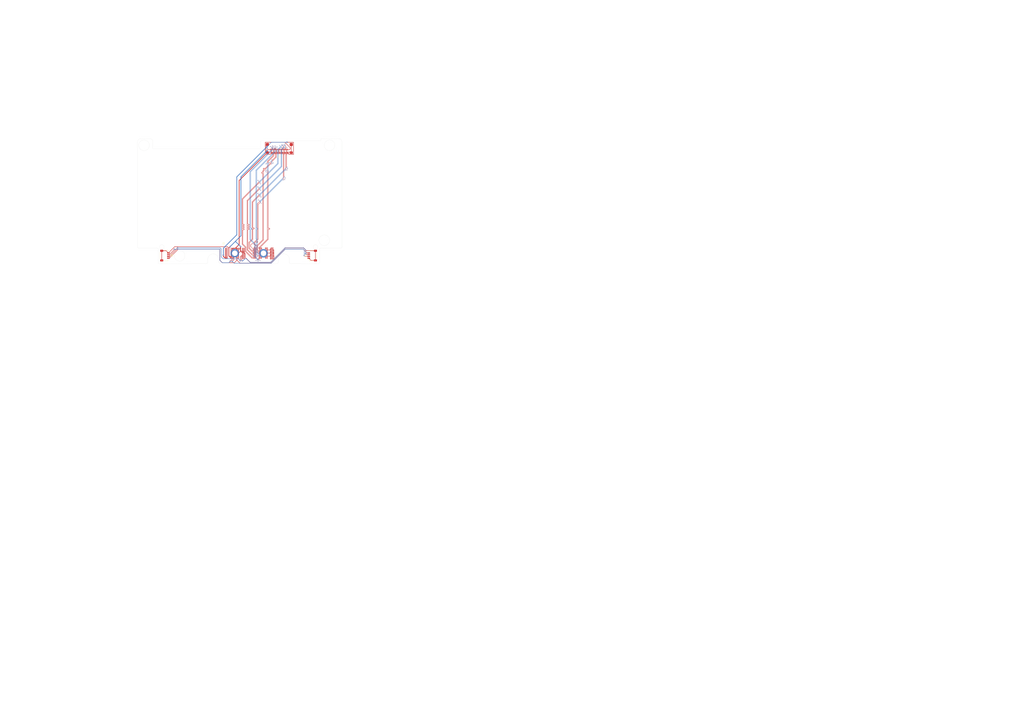
<source format=kicad_pcb>
(kicad_pcb (version 20221018) (generator pcbnew)
  (layers (0 "F.Cu" signal) (1 "In1.Cu" signal) (2 "In2.Cu" signal) (31 "B.Cu" signal) (34 "B.Paste" user) (35 "F.Paste" user) (36 "B.SilkS" user "B.Silkscreen") (37 "F.SilkS" user "F.Silkscreen") (38 "B.Mask" user) (39 "F.Mask" user) (44 "Edge.Cuts" user))
  (net 0 "")
  (net 1 "GND")
  (net 2 "/FAN1_PWM")
  (net 3 "/FAN1_SPEED")
  (net 4 "/3.3V")
  (net 5 "/PEX_TX0_P")
  (net 6 "/PEX_TX0_N")
  (net 7 "/PEX_TX1_P")
  (net 8 "/PEX_TX1_N")
  (net 13 "/PEX_TX2_P")
  (net 14 "/PEX_TX2_N")
  (net 15 "/PEX_TX3_P")
  (net 16 "/PEX_TX3_N")
  (net 17 "/5V")
  (net 18 "/PEX_RX0_P")
  (net 19 "/PEX_RX0_N")
  (net 20 "/PEX_RX1_P")
  (net 21 "/PEX_RX1_N")
  (net 26 "/PEX_RX2_P")
  (net 27 "/PEX_RX2_N")
  (net 28 "/PEX_RX3_P")
  (net 29 "/PEX_RX3_N")
  (net 30 "VADP_GPU")
  (net 31 "Net-(J3-GND-PadPA6)")
  (net 32 "Net-(J3-VSYS_GPU-PadPA7)")
  (net 41 "/FAN0_SPEED")
  (net 42 "Net-(J3-GND-PadPH3)")
  (net 50 "/12V_FAN")
  (net 51 "/FAN0_PWM")
  (footprint "Expansion_Bay:G14A421X11X1XHR" (layer "F.Cu") (at 119.28 48.815 180)
    (fp_text reference "J2")
    (fp_text value "~")
  )
  (footprint "Connector_JST:JST_SH_SM04B-SRSS-TB_1x04-1MP_P1.00mm_Horizontal" (layer "F.Cu") (at 52.925 109.25 -90)
    (fp_text reference "J5")
    (fp_text value "FAN0")
  )
  (footprint "Connector_JST:JST_SH_SM04B-SRSS-TB_1x04-1MP_P1.00mm_Horizontal" (layer "F.Cu") (at 138.37 109.25 90)
    (fp_text reference "J1")
    (fp_text value "FAN1")
  )
  (footprint "Expansion_Bay:2x74P FXBeam" (layer "F.Cu") (at 101.78 107.9)
    (fp_text reference "J3")
    (fp_text value "FW_EBI")
  )
  (gr_arc (start 80.95 108.26) (mid 83.177407 109.182602) (end 84.1 111.41) (stroke (width 0.05)) (layer "Edge.Cuts"))
  (gr_line (start 84.1 112.86) (end 84.1 111.41) (stroke (width 0.05)) (layer "Edge.Cuts"))
  (gr_arc (start 43.95 41.36) (mid 45.364234 41.945775) (end 45.95 43.36) (stroke (width 0.05)) (layer "Edge.Cuts"))
  (gr_line (start 77.3 113.846447) (end 65.95 113.86) (stroke (width 0.05)) (layer "Edge.Cuts"))
  (gr_circle (center 51.1 104.26) (end 52.4 104.26) (stroke (width 0.05)) (fill none) (layer "Edge.Cuts"))
  (gr_line (start 65.95 113.86) (end 49.5 113.86) (stroke (width 0.05)) (layer "Edge.Cuts"))
  (gr_line (start 39 41.36) (end 43.95 41.36) (stroke (width 0.05)) (layer "Edge.Cuts"))
  (gr_line (start 118.8 112.86) (end 118.8 111.41) (stroke (width 0.05)) (layer "Edge.Cuts"))
  (gr_arc (start 153.65 41.36) (mid 155.064234 41.945775) (end 155.65 43.36) (stroke (width 0.05)) (layer "Edge.Cuts"))
  (gr_arc (start 142.65 105.36) (mid 142.796443 105.006433) (end 143.15 104.86) (stroke (width 0.05)) (layer "Edge.Cuts"))
  (gr_line (start 125.6002 113.846447) (end 133.95 113.86) (stroke (width 0.05)) (layer "Edge.Cuts"))
  (gr_circle (center 40.8097 45.26) (end 43.9097 45.26) (stroke (width 0.05)) (fill none) (layer "Edge.Cuts"))
  (gr_arc (start 142.65 113.36) (mid 142.50355 113.713539) (end 142.15 113.86) (stroke (width 0.05)) (layer "Edge.Cuts"))
  (gr_line (start 45.95 43.36) (end 45.95 47.16) (stroke (width 0.05)) (layer "Edge.Cuts"))
  (gr_line (start 155.65 43.36) (end 155.65 104.36) (stroke (width 0.05)) (layer "Edge.Cuts"))
  (gr_arc (start 118.8 111.41) (mid 119.722611 109.1826) (end 121.95 108.26) (stroke (width 0.05)) (layer "Edge.Cuts"))
  (gr_arc (start 77.8 113.346447) (mid 77.653553 113.7) (end 77.3 113.846447) (stroke (width 0.05)) (layer "Edge.Cuts"))
  (gr_arc (start 48.5 104.86) (mid 48.853574 105.006435) (end 49 105.36) (stroke (width 0.05)) (layer "Edge.Cuts"))
  (gr_arc (start 37 43.36) (mid 37.585783 41.945772) (end 39 41.36) (stroke (width 0.05)) (layer "Edge.Cuts"))
  (gr_arc (start 125.6002 113.846447) (mid 125.246647 113.7) (end 125.1002 113.346447) (stroke (width 0.05)) (layer "Edge.Cuts"))
  (gr_line (start 125.1 111.41) (end 125.1002 113.346447) (stroke (width 0.05)) (layer "Edge.Cuts"))
  (gr_arc (start 77.8002 111.41) (mid 78.722784 109.182584) (end 80.9502 108.26) (stroke (width 0.05)) (layer "Edge.Cuts"))
  (gr_line (start 37.5 104.86) (end 48.5 104.86) (stroke (width 0.05)) (layer "Edge.Cuts"))
  (gr_arc (start 85.1 113.86) (mid 84.392914 113.567095) (end 84.1 112.86) (stroke (width 0.05)) (layer "Edge.Cuts"))
  (gr_circle (center 140.3 104.26) (end 141.6 104.26) (stroke (width 0.05)) (fill none) (layer "Edge.Cuts"))
  (gr_line (start 45.95 47.16) (end 108.45 47.16) (stroke (width 0.05)) (layer "Edge.Cuts"))
  (gr_line (start 49 113.36) (end 49 105.36) (stroke (width 0.05)) (layer "Edge.Cuts"))
  (gr_line (start 108.45 47.16) (end 108.45 42.56) (stroke (width 0.05)) (layer "Edge.Cuts"))
  (gr_arc (start 37.5 104.86) (mid 37.146468 104.713542) (end 37 104.36) (stroke (width 0.05)) (layer "Edge.Cuts"))
  (gr_circle (center 145.35 100.36) (end 148.45 100.36) (stroke (width 0.05)) (fill none) (layer "Edge.Cuts"))
  (gr_line (start 153.65 41.36) (end 143.45 41.36) (stroke (width 0.05)) (layer "Edge.Cuts"))
  (gr_line (start 143.45 41.36) (end 143.45 42.56) (stroke (width 0.05)) (layer "Edge.Cuts"))
  (gr_arc (start 118.8 112.86) (mid 118.507104 113.567093) (end 117.8 113.86) (stroke (width 0.05)) (layer "Edge.Cuts"))
  (gr_line (start 155.15 104.86) (end 143.15 104.86) (stroke (width 0.05)) (layer "Edge.Cuts"))
  (gr_line (start 77.8002 111.41) (end 77.8 113.346447) (stroke (width 0.05)) (layer "Edge.Cuts"))
  (gr_arc (start 121.95 108.26) (mid 124.177416 109.182584) (end 125.1 111.41) (stroke (width 0.05)) (layer "Edge.Cuts"))
  (gr_line (start 142.65 113.36) (end 142.65 105.36) (stroke (width 0.05)) (layer "Edge.Cuts"))
  (gr_line (start 117.8 113.86) (end 85.1 113.86) (stroke (width 0.05)) (layer "Edge.Cuts"))
  (gr_arc (start 49.5 113.86) (mid 49.146468 113.713542) (end 49 113.36) (stroke (width 0.05)) (layer "Edge.Cuts"))
  (gr_circle (center 61.45 109.36) (end 64.55 109.36) (stroke (width 0.05)) (fill none) (layer "Edge.Cuts"))
  (gr_line (start 108.45 42.56) (end 143.45 42.56) (stroke (width 0.05)) (layer "Edge.Cuts"))
  (gr_arc (start 155.65 104.36) (mid 155.50355 104.713539) (end 155.15 104.86) (stroke (width 0.05)) (layer "Edge.Cuts"))
  (gr_line (start 37 104.36) (end 37 43.36) (stroke (width 0.05)) (layer "Edge.Cuts"))
  (gr_circle (center 148.45 45.26) (end 151.55 45.26) (stroke (width 0.05)) (fill none) (layer "Edge.Cuts"))
  (gr_line (start 142.15 113.86) (end 133.95 113.86) (stroke (width 0.05)) (layer "Edge.Cuts"))
  (segment (start 96.8 106.2) (end 96.8 105.2) (width 0.4) (layer "F.Cu") (net 1))
  (segment (start 97.97 107.42) (end 97.97 106.82) (width 0.25) (layer "F.Cu") (net 1))
  (segment (start 89.185 104.075) (end 90 104.89) (width 0.25) (layer "F.Cu") (net 1))
  (segment (start 108.02 109.58) (end 107.22 109.58) (width 0.25) (layer "F.Cu") (net 1))
  (segment (start 99.505 110.305) (end 102.4 113.2) (width 0.25) (layer "F.Cu") (net 1))
  (segment (start 53.625 106.45) (end 54.925 107.75) (width 0.25) (layer "F.Cu") (net 1))
  (segment (start 51.05 106.45) (end 53.625 106.45) (width 0.25) (layer "F.Cu") (net 1))
  (segment (start 116.08 107.78) (end 116.105 107.755) (width 0.25) (layer "F.Cu") (net 1))
  (segment (start 117.54 49.2) (end 116.55 49.2) (width 0.25) (layer "F.Cu") (net 1))
  (segment (start 116.105 107.755) (end 116.105 106.005) (width 0.25) (layer "F.Cu") (net 1))
  (segment (start 103.969523 107.749017) (end 104.000506 107.78) (width 0.25) (layer "F.Cu") (net 1))
  (segment (start 119.03 47.72) (end 119.03 49.13) (width 0.25) (layer "F.Cu") (net 1))
  (segment (start 51.05 112.05) (end 51.05 106.45) (width 0.25) (layer "F.Cu") (net 1))
  (segment (start 121.05 49.2) (end 121.03 49.22) (width 0.25) (layer "F.Cu") (net 1))
  (segment (start 113.995 107.205) (end 114.02 107.18) (width 0.25) (layer "F.Cu") (net 1))
  (segment (start 114.12 108.98) (end 113.995 109.105) (width 0.25) (layer "F.Cu") (net 1))
  (segment (start 120.53 47.72) (end 120.53 49.13) (width 0.25) (layer "F.Cu") (net 1))
  (segment (start 126.19 49.52) (end 125.8 49.13) (width 0.25) (layer "F.Cu") (net 1))
  (segment (start 133.4 104.8) (end 135.05 106.45) (width 0.25) (layer "F.Cu") (net 1))
  (segment (start 111.6 45.57) (end 111.6 48.75) (width 0.25) (layer "F.Cu") (net 1))
  (segment (start 125.8 49.2) (end 124.06 49.2) (width 0.25) (layer "F.Cu") (net 1))
  (segment (start 135.05 106.45) (end 140.245 106.45) (width 0.25) (layer "F.Cu") (net 1))
  (segment (start 140.245 112.05) (end 137.67 112.05) (width 0.25) (layer "F.Cu") (net 1))
  (segment (start 115.03 49.22) (end 115.05 49.2) (width 0.25) (layer "F.Cu") (net 1))
  (segment (start 116.02 49.13) (end 116.03 49.12) (width 0.25) (layer "F.Cu") (net 1))
  (segment (start 114.02 108.98) (end 113.995 108.955) (width 0.25) (layer "F.Cu") (net 1))
  (segment (start 112.76 49.13) (end 112.37 49.52) (width 0.25) (layer "F.Cu") (net 1))
  (segment (start 123.53 47.72) (end 123.53 49.12) (width 0.25) (layer "F.Cu") (net 1))
  (segment (start 112.3 48.3) (end 112.37 48.37) (width 0.4) (layer "F.Cu") (net 1))
  (segment (start 115.48 107.78) (end 116.08 107.78) (width 0.25) (layer "F.Cu") (net 1))
  (segment (start 107.18 107.78) (end 107 107.6) (width 0.25) (layer "F.Cu") (net 1))
  (segment (start 104.02 109.58) (end 104 109.6) (width 0.25) (layer "F.Cu") (net 1))
  (segment (start 116.105 107.905) (end 115.98 107.78) (width 0.25) (layer "F.Cu") (net 1))
  (segment (start 96.8 105.2) (end 96.8 104.6) (width 0.4) (layer "F.Cu") (net 1))
  (segment (start 119.51 49.2) (end 119.03 49.2) (width 0.25) (layer "F.Cu") (net 1))
  (segment (start 104.72 109.58) (end 104.02 109.58) (width 0.25) (layer "F.Cu") (net 1))
  (segment (start 124.03 49.23) (end 124.03 49.91) (width 0.25) (layer "F.Cu") (net 1))
  (segment (start 114.02 105.38) (end 114.62 105.38) (width 0.25) (layer "F.Cu") (net 1))
  (segment (start 113.995 105.405) (end 114.02 105.38) (width 0.25) (layer "F.Cu") (net 1))
  (segment (start 116.03 49.12) (end 116.03 47.72) (width 0.25) (layer "F.Cu") (net 1))
  (segment (start 90 109.4) (end 90.42 109.82) (width 0.4) (layer "F.Cu") (net 1))
  (segment (start 94.67 110.42) (end 94.07 109.82) (width 0.25) (layer "F.Cu") (net 1))
  (segment (start 98.83 107.42) (end 97.97 107.42) (width 0.25) (layer "F.Cu") (net 1))
  (segment (start 96.38 105.62) (end 96.8 105.2) (width 0.25) (layer "F.Cu") (net 1))
  (segment (start 115.05 49.2) (end 114.53 49.2) (width 0.25) (layer "F.Cu") (net 1))
  (segment (start 58.6 104.075) (end 89.185 104.075) (width 0.25) (layer "F.Cu") (net 1))
  (segment (start 118.01 49.2) (end 117.54 49.2) (width 0.25) (layer "F.Cu") (net 1))
  (segment (start 124 49.2) (end 123.52 49.2) (width 0.25) (layer "F.Cu") (net 1))
  (segment (start 140.245 106.45) (end 140.245 112.05) (width 0.25) (layer "F.Cu") (net 1))
  (segment (start 119.53 49.22) (end 119.53 49.91) (width 0.25) (layer "F.Cu") (net 1))
  (segment (start 121.03 49.22) (end 121.03 49.91) (width 0.25) (layer "F.Cu") (net 1))
  (segment (start 98.83 107.42) (end 98.83 108.02) (width 0.25) (layer "F.Cu") (net 1))
  (segment (start 113.975 105.98) (end 113.995 106) (width 0.25) (layer "F.Cu") (net 1))
  (segment (start 96.8 106.75) (end 96.8 106.2) (width 0.4) (layer "F.Cu") (net 1))
  (segment (start 116.105 109.555) (end 116.105 107.905) (width 0.25) (layer "F.Cu") (net 1))
  (segment (start 104.014009 105.98) (end 104.72 105.98) (width 0.25) (layer "F.Cu") (net 1))
  (segment (start 116.55 49.2) (end 116.53 49.22) (width 0.25) (layer "F.Cu") (net 1))
  (segment (start 96.8 106.25) (end 96.8 106.2) (width 0.25) (layer "F.Cu") (net 1))
  (segment (start 114.62 108.98) (end 114.02 108.98) (width 0.25) (layer "F.Cu") (net 1))
  (segment (start 114.62 108.98) (end 114.12 108.98) (width 0.25) (layer "F.Cu") (net 1))
  (segment (start 99.43 108.02) (end 99.505 108.095) (width 0.25) (layer "F.Cu") (net 1))
  (segment (start 122.03 49.12) (end 122.04 49.13) (width 0.25) (layer "F.Cu") (net 1))
  (segment (start 113.995 106) (end 113.995 105.405) (width 0.25) (layer "F.Cu") (net 1))
  (segment (start 113.975 107.78) (end 113.995 107.8) (width 0.25) (layer "F.Cu") (net 1))
  (segment (start 116.105 111.255) (end 116.2 111.16) (width 0.25) (layer "F.Cu") (net 1))
  (segment (start 116.2 109.7) (end 116.08 109.58) (width 0.25) (layer "F.Cu") (net 1))
  (segment (start 113.995 108.955) (end 113.995 107.8) (width 0.25) (layer "F.Cu") (net 1))
  (segment (start 119.55 49.2) (end 119.53 49.22) (width 0.25) (layer "F.Cu") (net 1))
  (segment (start 90.42 109.82) (end 90.77 109.82) (width 0.25) (layer "F.Cu") (net 1))
  (segment (start 105.58 107.18) (end 106.58 107.18) (width 0.25) (layer "F.Cu") (net 1))
  (segment (start 90.42 109.82) (end 91.37 109.82) (width 0.25) (layer "F.Cu") (net 1))
  (segment (start 113.995 107.8) (end 113.995 107.205) (width 0.25) (layer "F.Cu") (net 1))
  (segment (start 111.6 48.75) (end 112.37 49.52) (width 0.25) (layer "F.Cu") (net 1))
  (segment (start 97.97 106.82) (end 98.83 106.82) (width 0.25) (layer "F.Cu") (net 1))
  (segment (start 54.925 107.75) (end 58.6 104.075) (width 0.25) (layer "F.Cu") (net 1))
  (segment (start 112.37 44.8) (end 111.6 45.57) (width 0.25) (layer "F.Cu") (net 1))
  (segment (start 116.105 106.005) (end 116.08 105.98) (width 0.25) (layer "F.Cu") (net 1))
  (segment (start 96.38 105.02) (end 96.8 104.6) (width 0.25) (layer "F.Cu") (net 1))
  (segment (start 114.62 107.18) (end 114.02 107.18) (width 0.25) (layer "F.Cu") (net 1))
  (segment (start 116.08 109.58) (end 116.105 109.555) (width 0.25) (layer "F.Cu") (net 1))
  (segment (start 112.18 105.98) (end 113.975 105.98) (width 0.25) (layer "F.Cu") (net 1))
  (segment (start 97.37 106.82) (end 96.8 106.25) (width 0.25) (layer "F.Cu") (net 1))
  (segment (start 123.53 49.12) (end 123.52 49.13) (width 0.25) (layer "F.Cu") (net 1))
  (segment (start 103.981298 105.947289) (end 104.014009 105.98) (width 0.25) (layer "F.Cu") (net 1))
  (segment (start 114.2 113.2) (end 122.6 104.8) (width 0.25) (layer "F.Cu") (net 1))
  (segment (start 90.77 109.82) (end 91.37 110.42) (width 0.25) (layer "F.Cu") (net 1))
  (segment (start 113.995 109.105) (end 113.995 109.6) (width 0.25) (layer "F.Cu") (net 1))
  (segment (start 116.08 105.98) (end 115.48 105.98) (width 0.25) (layer "F.Cu") (net 1))
  (segment (start 97.97 107.42) (end 97.47 107.42) (width 0.25) (layer "F.Cu") (net 1))
  (segment (start 97.97 106.82) (end 97.37 106.82) (width 0.25) (layer "F.Cu") (net 1))
  (segment (start 117.53 47.72) (end 117.53 49.12) (width 0.25) (layer "F.Cu") (net 1))
  (segment (start 108.02 107.78) (end 107.18 107.78) (width 0.25) (layer "F.Cu") (net 1))
  (segment (start 112.18 109.58) (end 113.975 109.58) (width 0.25) (layer "F.Cu") (net 1))
  (segment (start 90.42 109.82) (end 90.42 110.07) (width 0.25) (layer "F.Cu") (net 1))
  (segment (start 118.05 49.2) (end 118.03 49.22) (width 0.25) (layer "F.Cu") (net 1))
  (segment (start 102.4 113.2) (end 114.2 113.2) (width 0.25) (layer "F.Cu") (net 1))
  (segment (start 116.53 49.22) (end 116.53 49.91) (width 0.25) (layer "F.Cu") (net 1))
  (segment (start 96.8 104.6) (end 96.8 104) (width 0.4) (layer "F.Cu") (net 1))
  (segment (start 117.53 49.12) (end 117.54 49.13) (width 0.25) (layer "F.Cu") (net 1))
  (segment (start 95.53 105.02) (end 96.38 105.02) (width 0.25) (layer "F.Cu") (net 1))
  (segment (start 90 104.8) (end 90.8 104) (width 0.4) (layer "F.Cu") (net 1))
  (segment (start 104.000506 107.78) (end 104.72 107.78) (width 0.25) (layer "F.Cu") (net 1))
  (segment (start 114.53 49.2) (end 112.76 49.2) (width 0.25) (layer "F.Cu") (net 1))
  (segment (start 113.975 109.58) (end 113.995 109.6) (width 0.25) (layer "F.Cu") (net 1))
  (segment (start 114.02 107.18) (end 113.995 107.155) (width 0.25) (layer "F.Cu") (net 1))
  (segment (start 90 104.89) (end 90 104.8) (width 0.25) (layer "F.Cu") (net 1))
  (segment (start 113.995 109.6) (end 113.995 111.255) (width 0.25) (layer "F.Cu") (net 1))
  (segment (start 107.22 109.58) (end 107.2 109.6) (width 0.25) (layer "F.Cu") (net 1))
  (segment (start 96.13 107.42) (end 96.8 106.75) (width 0.25) (layer "F.Cu") (net 1))
  (segment (start 137.67 112.05) (end 136.37 110.75) (width 0.25) (layer "F.Cu") (net 1))
  (segment (start 97.47 107.42) (end 96.8 106.75) (width 0.25) (layer "F.Cu") (net 1))
  (segment (start 90 104.89) (end 90 109.4) (width 0.4) (layer "F.Cu") (net 1))
  (segment (start 115.03 49.91) (end 115.03 49.22) (width 0.25) (layer "F.Cu") (net 1))
  (segment (start 90.42 110.07) (end 91.37 111.02) (width 0.25) (layer "F.Cu") (net 1))
  (segment (start 114.53 47.72) (end 114.53 49.13) (width 0.25) (layer "F.Cu") (net 1))
  (segment (start 118.03 49.22) (end 118.03 49.91) (width 0.25) (layer "F.Cu") (net 1))
  (segment (start 113.995 107.155) (end 113.995 106) (width 0.25) (layer "F.Cu") (net 1))
  (segment (start 122.04 49.2) (end 123.52 49.2) (width 0.25) (layer "F.Cu") (net 1))
  (segment (start 122.03 47.72) (end 122.03 49.12) (width 0.25) (layer "F.Cu") (net 1))
  (segment (start 121.01 49.2) (end 120.53 49.2) (width 0.25) (layer "F.Cu") (net 1))
  (segment (start 124.06 49.2) (end 124.03 49.23) (width 0.25) (layer "F.Cu") (net 1))
  (segment (start 98.83 108.02) (end 99.43 108.02) (width 0.25) (layer "F.Cu") (net 1))
  (segment (start 116.2 111.16) (end 116.2 109.7) (width 0.25) (layer "F.Cu") (net 1))
  (segment (start 95.53 105.62) (end 96.38 105.62) (width 0.25) (layer "F.Cu") (net 1))
  (segment (start 122.53 49.2) (end 122.53 49.91) (width 0.25) (layer "F.Cu") (net 1))
  (segment (start 116.55 49.2) (end 116.02 49.2) (width 0.25) (layer "F.Cu") (net 1))
  (segment (start 126.19 44.8) (end 126.19 49.52) (width 0.25) (layer "F.Cu") (net 1))
  (segment (start 119.03 49.2) (end 118.05 49.2) (width 0.25) (layer "F.Cu") (net 1))
  (segment (start 95.53 107.42) (end 96.13 107.42) (width 0.25) (layer "F.Cu") (net 1))
  (segment (start 112.37 48.37) (end 112.37 49.52) (width 0.4) (layer "F.Cu") (net 1))
  (segment (start 120.53 49.2) (end 119.55 49.2) (width 0.25) (layer "F.Cu") (net 1))
  (segment (start 106.58 107.18) (end 107 107.6) (width 0.25) (layer "F.Cu") (net 1))
  (segment (start 116.02 49.2) (end 115.05 49.2) (width 0.25) (layer "F.Cu") (net 1))
  (segment (start 115.48 109.58) (end 116.08 109.58) (width 0.25) (layer "F.Cu") (net 1))
  (segment (start 94.07 109.82) (end 91.37 109.82) (width 0.25) (layer "F.Cu") (net 1))
  (segment (start 113.995 111.255) (end 116.105 111.255) (width 0.25) (layer "F.Cu") (net 1))
  (segment (start 115.98 107.78) (end 115.48 107.78) (width 0.25) (layer "F.Cu") (net 1))
  (segment (start 122.04 49.2) (end 121.05 49.2) (width 0.25) (layer "F.Cu") (net 1))
  (segment (start 98.83 107.42) (end 98.83 106.82) (width 0.25) (layer "F.Cu") (net 1))
  (segment (start 99.505 108.095) (end 99.505 110.305) (width 0.25) (layer "F.Cu") (net 1))
  (segment (start 112.18 107.78) (end 113.975 107.78) (width 0.25) (layer "F.Cu") (net 1))
  (segment (start 122.6 104.8) (end 133.4 104.8) (width 0.25) (layer "F.Cu") (net 1))
  (via (at 108.5 71.4) (size 0.45) (drill 0.3) (layers "F.Cu" "B.Cu") (net 1))
  (via (at 111.4 60.6) (size 0.45) (drill 0.3) (layers "F.Cu" "B.Cu") (net 1))
  (via (at 108.8 78.9) (size 0.45) (drill 0.3) (layers "F.Cu" "B.Cu") (net 1))
  (via (at 103.981298 105.947289) (size 0.45) (drill 0.3) (layers "F.Cu" "B.Cu") (net 1))
  (via (at 115.3 45.7) (size 0.45) (drill 0.3) (layers "F.Cu" "B.Cu") (net 1))
  (via (at 107 112.5) (size 0.45) (drill 0.3) (layers "F.Cu" "B.Cu") (net 1))
  (via (at 108.2 112) (size 0.45) (drill 0.3) (layers "F.Cu" "B.Cu") (net 1))
  (via (at 106.8 73.2) (size 0.45) (drill 0.3) (layers "F.Cu" "B.Cu") (net 1))
  (via (at 108.6 75.2) (size 0.45) (drill 0.3) (layers "F.Cu" "B.Cu") (net 1))
  (via (at 106.9 65.6) (size 0.45) (drill 0.3) (layers "F.Cu" "B.Cu") (net 1))
  (via (at 107 107.6) (size 0.45) (drill 0.3) (layers "F.Cu" "B.Cu") (net 1))
  (via (at 122.6 44.6) (size 0.45) (drill 0.3) (layers "F.Cu" "B.Cu") (net 1))
  (via (at 106.5 109.8) (size 0.45) (drill 0.3) (layers "F.Cu" "B.Cu") (net 1))
  (via (at 118 46.3) (size 0.45) (drill 0.3) (layers "F.Cu" "B.Cu") (net 1))
  (via (at 107.3 77) (size 0.45) (drill 0.3) (layers "F.Cu" "B.Cu") (net 1))
  (via (at 107.2 109.6) (size 0.45) (drill 0.3) (layers "F.Cu" "B.Cu") (net 1))
  (via (at 120.9 44.7) (size 0.45) (drill 0.3) (layers "F.Cu" "B.Cu") (net 1))
  (via (at 122.4 65.1) (size 0.45) (drill 0.3) (layers "F.Cu" "B.Cu") (net 1))
  (via (at 111.5 56) (size 0.45) (drill 0.3) (layers "F.Cu" "B.Cu") (net 1))
  (via (at 116.3 45.8) (size 0.45) (drill 0.3) (layers "F.Cu" "B.Cu") (net 1))
  (via (at 106.9 69.4) (size 0.45) (drill 0.3) (layers "F.Cu" "B.Cu") (net 1))
  (via (at 108.5 67.6) (size 0.45) (drill 0.3) (layers "F.Cu" "B.Cu") (net 1))
  (via (at 121.9 45.1) (size 0.45) (drill 0.3) (layers "F.Cu" "B.Cu") (net 1))
  (via (at 114.3 54.6) (size 0.45) (drill 0.3) (layers "F.Cu" "B.Cu") (net 1))
  (via (at 90.8 104) (size 0.8) (drill 0.4) (layers "F.Cu" "B.Cu") (net 1))
  (via (at 124 58.7) (size 0.45) (drill 0.3) (layers "F.Cu" "B.Cu") (net 1))
  (via (at 123.8 59.5) (size 0.45) (drill 0.3) (layers "F.Cu" "B.Cu") (net 1))
  (via (at 117.1 45.8) (size 0.45) (drill 0.3) (layers "F.Cu" "B.Cu") (net 1))
  (via (at 96.8 104) (size 0.8) (drill 0.4) (layers "F.Cu" "B.Cu") (net 1))
  (via (at 113.7 55.2) (size 0.45) (drill 0.3) (layers "F.Cu" "B.Cu") (net 1))
  (via (at 114.1 46) (size 0.45) (drill 0.3) (layers "F.Cu" "B.Cu") (net 1))
  (via (at 111.438555 59.838555) (size 0.45) (drill 0.3) (layers "F.Cu" "B.Cu") (net 1))
  (via (at 115.6 55.5) (size 0.45) (drill 0.3) (layers "F.Cu" "B.Cu") (net 1))
  (via (at 112.3 48.3) (size 0.8) (drill 0.4) (layers "F.Cu" "B.Cu") (net 1))
  (via (at 122.6 64.2) (size 0.45) (drill 0.3) (layers "F.Cu" "B.Cu") (net 1))
  (via (at 103.969523 107.749017) (size 0.45) (drill 0.3) (layers "F.Cu" "B.Cu") (net 1))
  (via (at 123.6 46.6) (size 0.45) (drill 0.3) (layers "F.Cu" "B.Cu") (net 1))
  (via (at 119.5 45.5) (size 0.45) (drill 0.3) (layers "F.Cu" "B.Cu") (net 1))
  (via (at 104 109.6) (size 0.45) (drill 0.3) (layers "F.Cu" "B.Cu") (net 1))
  (via (at 105.8 112) (size 0.45) (drill 0.3) (layers "F.Cu" "B.Cu") (net 1))
  (segment (start 97 63.6) (end 97 97.8) (width 0.4) (layer "B.Cu") (net 1))
  (segment (start 97 97.8) (end 93.8 101) (width 0.4) (layer "B.Cu") (net 1))
  (segment (start 90.8 104) (end 93.8 101) (width 0.4) (layer "B.Cu") (net 1))
  (segment (start 96.8 104) (end 93.8 101) (width 0.4) (layer "B.Cu") (net 1))
  (segment (start 112.3 48.3) (end 97 63.6) (width 0.4) (layer "B.Cu") (net 1))
  (segment (start 134.35 109.75) (end 136.37 109.75) (width 0.25) (layer "F.Cu") (net 2))
  (segment (start 92.23 110.42) (end 92.83 110.42) (width 0.25) (layer "F.Cu") (net 2))
  (segment (start 133.8 109.2) (end 134.35 109.75) (width 0.25) (layer "F.Cu") (net 2))
  (segment (start 92.905 110.495) (end 92.905 111.695) (width 0.25) (layer "F.Cu") (net 2))
  (segment (start 92.905 111.695) (end 92 112.6) (width 0.25) (layer "F.Cu") (net 2))
  (segment (start 92.83 110.42) (end 92.905 110.495) (width 0.25) (layer "F.Cu") (net 2))
  (via (at 133.8 109.2) (size 0.8) (drill 0.4) (layers "F.Cu" "B.Cu") (net 2))
  (via (at 92 112.6) (size 0.8) (drill 0.4) (layers "F.Cu" "B.Cu") (net 2))
  (segment (start 114.55 113.65) (end 122.6 105.6) (width 0.25) (layer "B.Cu") (net 2))
  (segment (start 133.8 106.2) (end 133.8 109.2) (width 0.25) (layer "B.Cu") (net 2))
  (segment (start 133.2 105.6) (end 133.8 106.2) (width 0.25) (layer "B.Cu") (net 2))
  (segment (start 122.6 105.6) (end 133.2 105.6) (width 0.25) (layer "B.Cu") (net 2))
  (segment (start 92 112.6) (end 93.05 113.65) (width 0.25) (layer "B.Cu") (net 2))
  (segment (start 93.05 113.65) (end 114.55 113.65) (width 0.25) (layer "B.Cu") (net 2))
  (segment (start 97.37 109.82) (end 97.97 109.82) (width 0.25) (layer "F.Cu") (net 3))
  (segment (start 97.8 112.2) (end 97.295 111.695) (width 0.25) (layer "F.Cu") (net 3))
  (segment (start 97.295 109.895) (end 97.37 109.82) (width 0.25) (layer "F.Cu") (net 3))
  (segment (start 136.37 108.75) (end 135.15 108.75) (width 0.25) (layer "F.Cu") (net 3))
  (segment (start 97.295 111.695) (end 97.295 109.895) (width 0.25) (layer "F.Cu") (net 3))
  (segment (start 135.15 108.75) (end 134.6 108.2) (width 0.25) (layer "F.Cu") (net 3))
  (via (at 97.8 112.2) (size 0.8) (drill 0.4) (layers "F.Cu" "B.Cu") (net 3))
  (via (at 134.6 108.2) (size 0.8) (drill 0.4) (layers "F.Cu" "B.Cu") (net 3))
  (segment (start 100.287995 111.12) (end 102.367995 113.2) (width 0.25) (layer "B.Cu") (net 3))
  (segment (start 133.4 104.8) (end 134.6 106) (width 0.25) (layer "B.Cu") (net 3))
  (segment (start 102.367995 113.2) (end 114.2 113.2) (width 0.25) (layer "B.Cu") (net 3))
  (segment (start 98.24401 112.2) (end 99.32401 111.12) (width 0.25) (layer "B.Cu") (net 3))
  (segment (start 134.6 106) (end 134.6 108.2) (width 0.25) (layer "B.Cu") (net 3))
  (segment (start 114.2 113.2) (end 122.6 104.8) (width 0.25) (layer "B.Cu") (net 3))
  (segment (start 99.32401 111.12) (end 100.287995 111.12) (width 0.25) (layer "B.Cu") (net 3))
  (segment (start 122.6 104.8) (end 133.4 104.8) (width 0.25) (layer "B.Cu") (net 3))
  (segment (start 97.8 112.2) (end 98.24401 112.2) (width 0.25) (layer "B.Cu") (net 3))
  (segment (start 125.575 46.637563) (end 125.575 47.362437) (width 0.25) (layer "F.Cu") (net 4))
  (segment (start 96 102.781346) (end 96 65.675) (width 0.4) (layer "F.Cu") (net 4))
  (segment (start 94.67 105.02) (end 92.23 105.02) (width 0.4) (layer "F.Cu") (net 4))
  (segment (start 96 65.675) (end 111.14 50.535) (width 0.4) (layer "F.Cu") (net 4))
  (segment (start 111.215 43.5) (end 122.437437 43.5) (width 0.25) (layer "F.Cu") (net 4))
  (segment (start 125.062437 47.875) (end 124.185 47.875) (width 0.25) (layer "F.Cu") (net 4))
  (segment (start 92.23 105.62) (end 92.23 105.02) (width 0.4) (layer "F.Cu") (net 4))
  (segment (start 94.67 105.62) (end 94.67 105.02) (width 0.4) (layer "F.Cu") (net 4))
  (segment (start 125.575 47.362437) (end 125.062437 47.875) (width 0.25) (layer "F.Cu") (net 4))
  (segment (start 113.905 50.535) (end 111.14 50.535) (width 0.25) (layer "F.Cu") (net 4))
  (segment (start 114.53 49.91) (end 113.905 50.535) (width 0.25) (layer "F.Cu") (net 4))
  (segment (start 122.437437 43.5) (end 125.575 46.637563) (width 0.25) (layer "F.Cu") (net 4))
  (segment (start 92.23 105.02) (end 93.761346 105.02) (width 0.4) (layer "F.Cu") (net 4))
  (segment (start 111.14 43.575) (end 111.215 43.5) (width 0.25) (layer "F.Cu") (net 4))
  (segment (start 124.185 47.875) (end 124.03 47.72) (width 0.25) (layer "F.Cu") (net 4))
  (segment (start 111.14 50.535) (end 111.14 43.575) (width 0.25) (layer "F.Cu") (net 4))
  (segment (start 93.761346 105.02) (end 96 102.781346) (width 0.4) (layer "F.Cu") (net 4))
  (segment (start 103.48 108.98) (end 100.56 106.06) (width 0.19) (layer "F.Cu") (net 5))
  (segment (start 123.03 47.72) (end 123.03 45.83) (width 0.19) (layer "F.Cu") (net 5))
  (segment (start 100.56 77.284436) (end 107.4 70.444436) (width 0.19) (layer "F.Cu") (net 5))
  (segment (start 100.56 106.06) (end 100.56 77.284436) (width 0.19) (layer "F.Cu") (net 5))
  (segment (start 107.4 70.444436) (end 107.4 70) (width 0.19) (layer "F.Cu") (net 5))
  (segment (start 104.72 108.98) (end 103.48 108.98) (width 0.19) (layer "F.Cu") (net 5))
  (segment (start 123.03 45.83) (end 122.6 45.4) (width 0.19) (layer "F.Cu") (net 5))
  (via (at 107.4 70) (size 0.45) (drill 0.3) (layers "F.Cu" "B.Cu") (net 5))
  (via (at 122.6 45.4) (size 0.45) (drill 0.3) (layers "F.Cu" "B.Cu") (net 5))
  (segment (start 120.287315 57.490432) (end 107.777747 70) (width 0.19) (layer "B.Cu") (net 5))
  (segment (start 122.6 45.432376) (end 120.287315 47.745061) (width 0.19) (layer "B.Cu") (net 5))
  (segment (start 122.6 45.4) (end 122.6 45.432376) (width 0.19) (layer "B.Cu") (net 5))
  (segment (start 120.287315 47.745061) (end 120.287315 57.490432) (width 0.19) (layer "B.Cu") (net 5))
  (segment (start 107.777747 70) (end 107.4 70) (width 0.19) (layer "B.Cu") (net 5))
  (segment (start 101 105.877746) (end 101 94.4) (width 0.19) (layer "F.Cu") (net 6))
  (segment (start 101.3 91.7) (end 101.52558 91.7) (width 0.19) (layer "F.Cu") (net 6))
  (segment (start 101.52558 92.3) (end 101.3 92.3) (width 0.19) (layer "F.Cu") (net 6))
  (segment (start 101 77.46669) (end 107.66669 70.8) (width 0.19) (layer "F.Cu") (net 6))
  (segment (start 101.3 92.9) (end 101.52558 92.9) (width 0.19) (layer "F.Cu") (net 6))
  (segment (start 103.502254 108.38) (end 101 105.877746) (width 0.19) (layer "F.Cu") (net 6))
  (segment (start 101.3 94.1) (end 101.52558 94.1) (width 0.19) (layer "F.Cu") (net 6))
  (segment (start 122.53 46.73) (end 122.4 46.6) (width 0.19) (layer "F.Cu") (net 6))
  (segment (start 101.52558 91.1) (end 101.3 91.1) (width 0.19) (layer "F.Cu") (net 6))
  (segment (start 104.72 108.38) (end 103.502254 108.38) (width 0.19) (layer "F.Cu") (net 6))
  (segment (start 122.53 47.72) (end 122.53 46.73) (width 0.19) (layer "F.Cu") (net 6))
  (segment (start 101.52558 93.5) (end 101.3 93.5) (width 0.19) (layer "F.Cu") (net 6))
  (segment (start 107.66669 70.8) (end 108 70.8) (width 0.19) (layer "F.Cu") (net 6))
  (segment (start 101 90.8) (end 101 77.46669) (width 0.19) (layer "F.Cu") (net 6))
  (via (at 122.4 46.6) (size 0.45) (drill 0.3) (layers "F.Cu" "B.Cu") (net 6))
  (via (at 108 70.8) (size 0.45) (drill 0.3) (layers "F.Cu" "B.Cu") (net 6))
  (arc (start 101.82558 92.6) (mid 101.737712 92.387868) (end 101.52558 92.3) (width 0.19) (layer "F.Cu") (net 6))
  (arc (start 101.3 92.3) (mid 101.087868 92.212132) (end 101 92) (width 0.19) (layer "F.Cu") (net 6))
  (arc (start 101.52558 94.1) (mid 101.737712 94.012132) (end 101.82558 93.8) (width 0.19) (layer "F.Cu") (net 6))
  (arc (start 101.52558 91.7) (mid 101.737712 91.612132) (end 101.82558 91.4) (width 0.19) (layer "F.Cu") (net 6))
  (arc (start 101 93.2) (mid 101.087868 92.987868) (end 101.3 92.9) (width 0.19) (layer "F.Cu") (net 6))
  (arc (start 101 92) (mid 101.087868 91.787868) (end 101.3 91.7) (width 0.19) (layer "F.Cu") (net 6))
  (arc (start 101 94.4) (mid 101.087868 94.187868) (end 101.3 94.1) (width 0.19) (layer "F.Cu") (net 6))
  (arc (start 101.3 91.1) (mid 101.087868 91.012132) (end 101 90.8) (width 0.19) (layer "F.Cu") (net 6))
  (arc (start 101.52558 92.9) (mid 101.737712 92.812132) (end 101.82558 92.6) (width 0.19) (layer "F.Cu") (net 6))
  (arc (start 101.3 93.5) (mid 101.087868 93.412132) (end 101 93.2) (width 0.19) (layer "F.Cu") (net 6))
  (arc (start 101.82558 93.8) (mid 101.737712 93.587868) (end 101.52558 93.5) (width 0.19) (layer "F.Cu") (net 6))
  (arc (start 101.82558 91.4) (mid 101.737712 91.187868) (end 101.52558 91.1) (width 0.19) (layer "F.Cu") (net 6))
  (segment (start 120.727315 47.927315) (end 122.05463 46.6) (width 0.19) (layer "B.Cu") (net 6))
  (segment (start 120.727315 57.672686) (end 120.727315 47.927315) (width 0.19) (layer "B.Cu") (net 6))
  (segment (start 122.05463 46.6) (end 122.4 46.6) (width 0.19) (layer "B.Cu") (net 6))
  (segment (start 108 70.8) (end 108 70.400001) (width 0.19) (layer "B.Cu") (net 6))
  (segment (start 108 70.400001) (end 120.727315 57.672686) (width 0.19) (layer "B.Cu") (net 6))
  (segment (start 97.7 76.277746) (end 97.7 102.68) (width 0.19) (layer "F.Cu") (net 7))
  (segment (start 103.38 110.78) (end 104.72 110.78) (width 0.19) (layer "F.Cu") (net 7))
  (segment (start 107.4 66.577746) (end 97.7 76.277746) (width 0.19) (layer "F.Cu") (net 7))
  (segment (start 107.4 66.2) (end 107.4 66.577746) (width 0.19) (layer "F.Cu") (net 7))
  (segment (start 97.7 102.68) (end 99.51 104.49) (width 0.19) (layer "F.Cu") (net 7))
  (segment (start 121.53 47.72) (end 121.53 45.73) (width 0.19) (layer "F.Cu") (net 7))
  (segment (start 121.53 45.73) (end 121.2 45.4) (width 0.19) (layer "F.Cu") (net 7))
  (segment (start 99.51 106.91) (end 103.38 110.78) (width 0.19) (layer "F.Cu") (net 7))
  (segment (start 99.51 104.49) (end 99.51 106.91) (width 0.19) (layer "F.Cu") (net 7))
  (via (at 121.2 45.4) (size 0.45) (drill 0.3) (layers "F.Cu" "B.Cu") (net 7))
  (via (at 107.4 66.2) (size 0.45) (drill 0.3) (layers "F.Cu" "B.Cu") (net 7))
  (segment (start 121.2 45.4) (end 120.581766 45.4) (width 0.19) (layer "B.Cu") (net 7))
  (segment (start 120.581766 45.4) (end 118.2 47.781766) (width 0.19) (layer "B.Cu") (net 7))
  (segment (start 118.2 55.80603) (end 107.80603 66.2) (width 0.19) (layer "B.Cu") (net 7))
  (segment (start 107.80603 66.2) (end 107.4 66.2) (width 0.19) (layer "B.Cu") (net 7))
  (segment (start 118.2 47.781766) (end 118.2 55.80603) (width 0.19) (layer "B.Cu") (net 7))
  (segment (start 98.44 92.4) (end 98.650575 92.4) (width 0.19) (layer "F.Cu") (net 8))
  (segment (start 98.650575 93) (end 98.44 93) (width 0.19) (layer "F.Cu") (net 8))
  (segment (start 98.14 94.5) (end 98.14 102.497746) (width 0.19) (layer "F.Cu") (net 8))
  (segment (start 98.6506 91.8) (end 98.44 91.8) (width 0.19) (layer "F.Cu") (net 8))
  (segment (start 99.95 106.727746) (end 103.402254 110.18) (width 0.19) (layer "F.Cu") (net 8))
  (segment (start 98.650575 94.2) (end 98.44 94.2) (width 0.19) (layer "F.Cu") (net 8))
  (segment (start 98.14 102.497746) (end 99.95 104.307746) (width 0.19) (layer "F.Cu") (net 8))
  (segment (start 121.03 46.83) (end 120.6 46.4) (width 0.19) (layer "F.Cu") (net 8))
  (segment (start 98.44 93.6) (end 98.650575 93.6) (width 0.19) (layer "F.Cu") (net 8))
  (segment (start 98.44 91.2) (end 98.6506 91.2) (width 0.19) (layer "F.Cu") (net 8))
  (segment (start 99.95 104.307746) (end 99.95 106.727746) (width 0.19) (layer "F.Cu") (net 8))
  (segment (start 107.6 67) (end 98.14 76.46) (width 0.19) (layer "F.Cu") (net 8))
  (segment (start 103.402254 110.18) (end 104.72 110.18) (width 0.19) (layer "F.Cu") (net 8))
  (segment (start 108 67) (end 107.6 67) (width 0.19) (layer "F.Cu") (net 8))
  (segment (start 98.14 76.46) (end 98.14 90.9) (width 0.19) (layer "F.Cu") (net 8))
  (segment (start 121.03 47.72) (end 121.03 46.83) (width 0.19) (layer "F.Cu") (net 8))
  (via (at 108 67) (size 0.45) (drill 0.3) (layers "F.Cu" "B.Cu") (net 8))
  (via (at 120.6 46.4) (size 0.45) (drill 0.3) (layers "F.Cu" "B.Cu") (net 8))
  (arc (start 98.9506 91.5) (mid 98.862732 91.712132) (end 98.6506 91.8) (width 0.19) (layer "F.Cu") (net 8))
  (arc (start 98.44 94.2) (mid 98.227868 94.287868) (end 98.14 94.5) (width 0.19) (layer "F.Cu") (net 8))
  (arc (start 98.44 93) (mid 98.227868 93.087868) (end 98.14 93.3) (width 0.19) (layer "F.Cu") (net 8))
  (arc (start 98.14 93.3) (mid 98.227868 93.512132) (end 98.44 93.6) (width 0.19) (layer "F.Cu") (net 8))
  (arc (start 98.950575 92.7) (mid 98.862707 92.912132) (end 98.650575 93) (width 0.19) (layer "F.Cu") (net 8))
  (arc (start 98.14 90.9) (mid 98.227868 91.112132) (end 98.44 91.2) (width 0.19) (layer "F.Cu") (net 8))
  (arc (start 98.44 91.8) (mid 98.227868 91.887868) (end 98.14 92.1) (width 0.19) (layer "F.Cu") (net 8))
  (arc (start 98.950575 93.9) (mid 98.862707 94.112132) (end 98.650575 94.2) (width 0.19) (layer "F.Cu") (net 8))
  (arc (start 98.6506 91.2) (mid 98.862732 91.287868) (end 98.9506 91.5) (width 0.19) (layer "F.Cu") (net 8))
  (arc (start 98.650575 92.4) (mid 98.862707 92.487868) (end 98.950575 92.7) (width 0.19) (layer "F.Cu") (net 8))
  (arc (start 98.14 92.1) (mid 98.227868 92.312132) (end 98.44 92.4) (width 0.19) (layer "F.Cu") (net 8))
  (arc (start 98.650575 93.6) (mid 98.862707 93.687868) (end 98.950575 93.9) (width 0.19) (layer "F.Cu") (net 8))
  (segment (start 120.6 46.4) (end 120.20402 46.4) (width 0.19) (layer "B.Cu") (net 8))
  (segment (start 118.64 55.988284) (end 108 66.628284) (width 0.19) (layer "B.Cu") (net 8))
  (segment (start 118.64 47.96402) (end 118.64 55.988284) (width 0.19) (layer "B.Cu") (net 8))
  (segment (start 120.20402 46.4) (end 118.64 47.96402) (width 0.19) (layer "B.Cu") (net 8))
  (segment (start 108 66.628284) (end 108 67) (width 0.19) (layer "B.Cu") (net 8))
  (segment (start 117.2 46.6) (end 117.03 46.77) (width 0.19) (layer "F.Cu") (net 13))
  (segment (start 117.03 46.77) (end 117.03 47.72) (width 0.19) (layer "F.Cu") (net 13))
  (segment (start 107.078914 108.38) (end 108.02 108.38) (width 0.19) (layer "F.Cu") (net 13))
  (segment (start 107.067826 108.368912) (end 107.078914 108.38) (width 0.19) (layer "F.Cu") (net 13))
  (via (at 117.2 46.6) (size 0.45) (drill 0.3) (layers "F.Cu" "B.Cu") (net 13))
  (via (at 107.067826 108.368912) (size 0.45) (drill 0.3) (layers "F.Cu" "B.Cu") (net 13))
  (segment (start 117.2 48.8) (end 117.2 46.6) (width 0.19) (layer "B.Cu") (net 13))
  (segment (start 106.383068 93.456933) (end 106.383067 93.456933) (width 0.19) (layer "B.Cu") (net 13))
  (segment (start 106.880039 108.368912) (end 106.43 107.918873) (width 0.19) (layer "B.Cu") (net 13))
  (segment (start 107.067826 108.368912) (end 106.880039 108.368912) (width 0.19) (layer "B.Cu") (net 13))
  (segment (start 106.43 99.517746) (end 106.14 99.227746) (width 0.19) (layer "B.Cu") (net 13))
  (segment (start 106.626135 93.813866) (end 106.626135 93.7) (width 0.19) (layer "B.Cu") (net 13))
  (segment (start 106.14 93.1) (end 106.14 59.86) (width 0.19) (layer "B.Cu") (net 13))
  (segment (start 106.383067 94.056933) (end 106.383068 94.056933) (width 0.19) (layer "B.Cu") (net 13))
  (segment (start 106.14 93.213866) (end 106.14 93.1) (width 0.19) (layer "B.Cu") (net 13))
  (segment (start 106.43 107.918873) (end 106.43 99.517746) (width 0.19) (layer "B.Cu") (net 13))
  (segment (start 106.14 99.227746) (end 106.14 94.3) (width 0.19) (layer "B.Cu") (net 13))
  (segment (start 106.14 59.86) (end 117.2 48.8) (width 0.19) (layer "B.Cu") (net 13))
  (arc (start 106.383067 93.456933) (mid 106.211193 93.38574) (end 106.14 93.213866) (width 0.19) (layer "B.Cu") (net 13))
  (arc (start 106.14 94.3) (mid 106.211193 94.128126) (end 106.383067 94.056933) (width 0.19) (layer "B.Cu") (net 13))
  (arc (start 106.626135 93.7) (mid 106.554942 93.528126) (end 106.383068 93.456933) (width 0.19) (layer "B.Cu") (net 13))
  (arc (start 106.383068 94.056933) (mid 106.554942 93.98574) (end 106.626135 93.813866) (width 0.19) (layer "B.Cu") (net 13))
  (segment (start 116.53 46.93) (end 116.53 47.72) (width 0.19) (layer "F.Cu") (net 14))
  (segment (start 116.4 46.8) (end 116.53 46.93) (width 0.19) (layer "F.Cu") (net 14))
  (segment (start 106.637184 109.114081) (end 106.771265 108.98) (width 0.19) (layer "F.Cu") (net 14))
  (segment (start 106.771265 108.98) (end 108.02 108.98) (width 0.19) (layer "F.Cu") (net 14))
  (via (at 116.4 46.8) (size 0.45) (drill 0.3) (layers "F.Cu" "B.Cu") (net 14))
  (via (at 106.637184 109.114081) (size 0.45) (drill 0.3) (layers "F.Cu" "B.Cu") (net 14))
  (segment (start 105.99 108.466897) (end 106.637184 109.114081) (width 0.19) (layer "B.Cu") (net 14))
  (segment (start 116.4 48.977746) (end 105.7 59.677746) (width 0.19) (layer "B.Cu") (net 14))
  (segment (start 105.7 59.677746) (end 105.7 99.41) (width 0.19) (layer "B.Cu") (net 14))
  (segment (start 105.99 99.7) (end 105.99 108.466897) (width 0.19) (layer "B.Cu") (net 14))
  (segment (start 105.7 99.41) (end 105.99 99.7) (width 0.19) (layer "B.Cu") (net 14))
  (segment (start 116.4 46.8) (end 116.4 48.977746) (width 0.19) (layer "B.Cu") (net 14))
  (segment (start 107.942254 110.78) (end 107.4 111.322254) (width 0.19) (layer "F.Cu") (net 15))
  (segment (start 115.53 46.37926) (end 115.53 47.72) (width 0.19) (layer "F.Cu") (net 15))
  (segment (start 115.559788 46.349472) (end 115.53 46.37926) (width 0.19) (layer "F.Cu") (net 15))
  (segment (start 108.02 110.78) (end 107.942254 110.78) (width 0.19) (layer "F.Cu") (net 15))
  (segment (start 107.4 111.322254) (end 107.4 111.8) (width 0.19) (layer "F.Cu") (net 15))
  (via (at 115.559788 46.349472) (size 0.45) (drill 0.3) (layers "F.Cu" "B.Cu") (net 15))
  (via (at 107.4 111.8) (size 0.45) (drill 0.3) (layers "F.Cu" "B.Cu") (net 15))
  (segment (start 105.34 109.74) (end 105.34 102.54) (width 0.19) (layer "B.Cu") (net 15))
  (segment (start 103.109665 93.4) (end 102.94 93.4) (width 0.19) (layer "B.Cu") (net 15))
  (segment (start 102.64 99.84) (end 102.64 94.3) (width 0.19) (layer "B.Cu") (net 15))
  (segment (start 107.17 111.57) (end 107.17 111.563898) (width 0.19) (layer "B.Cu") (net 15))
  (segment (start 105.34 102.54) (end 102.64 99.84) (width 0.19) (layer "B.Cu") (net 15))
  (segment (start 107.4 111.8) (end 107.17 111.57) (width 0.19) (layer "B.Cu") (net 15))
  (segment (start 102.64 91.67228) (end 102.64 60.625721) (width 0.19) (layer "B.Cu") (net 15))
  (segment (start 102.64 93.1) (end 102.64 91.67228) (width 0.19) (layer "B.Cu") (net 15))
  (segment (start 106.83 111.23) (end 105.34 109.74) (width 0.19) (layer "B.Cu") (net 15))
  (segment (start 102.64 60.625721) (end 115.559788 47.705933) (width 0.19) (layer "B.Cu") (net 15))
  (segment (start 102.94 94) (end 103.109665 94) (width 0.19) (layer "B.Cu") (net 15))
  (segment (start 115.559788 47.705933) (end 115.559788 46.349472) (width 0.19) (layer "B.Cu") (net 15))
  (segment (start 107.17 111.563898) (end 106.836102 111.23) (width 0.19) (layer "B.Cu") (net 15))
  (segment (start 106.836102 111.23) (end 106.83 111.23) (width 0.19) (layer "B.Cu") (net 15))
  (arc (start 102.64 94.3) (mid 102.727868 94.087868) (end 102.94 94) (width 0.19) (layer "B.Cu") (net 15))
  (arc (start 103.109665 94) (mid 103.321797 93.912132) (end 103.409665 93.7) (width 0.19) (layer "B.Cu") (net 15))
  (arc (start 103.409665 93.7) (mid 103.321797 93.487868) (end 103.109665 93.4) (width 0.19) (layer "B.Cu") (net 15))
  (arc (start 102.94 93.4) (mid 102.727868 93.312132) (end 102.64 93.1) (width 0.19) (layer "B.Cu") (net 15))
  (segment (start 107.425 110.335) (end 107.425 110.675) (width 0.19) (layer "F.Cu") (net 16))
  (segment (start 115.03 46.63) (end 115.03 47.72) (width 0.19) (layer "F.Cu") (net 16))
  (segment (start 106.6 111.5) (end 106.6 111.8) (width 0.19) (layer "F.Cu") (net 16))
  (segment (start 108.02 110.18) (end 107.58 110.18) (width 0.19) (layer "F.Cu") (net 16))
  (segment (start 107.425 110.675) (end 106.6 111.5) (width 0.19) (layer "F.Cu") (net 16))
  (segment (start 114.8 46.4) (end 115.03 46.63) (width 0.19) (layer "F.Cu") (net 16))
  (segment (start 107.58 110.18) (end 107.425 110.335) (width 0.19) (layer "F.Cu") (net 16))
  (via (at 114.8 46.4) (size 0.45) (drill 0.3) (layers "F.Cu" "B.Cu") (net 16))
  (via (at 106.6 111.8) (size 0.45) (drill 0.3) (layers "F.Cu" "B.Cu") (net 16))
  (segment (start 104.9 109.922254) (end 104.9 102.722254) (width 0.19) (layer "B.Cu") (net 16))
  (segment (start 106.6 111.8) (end 106.6 111.622254) (width 0.19) (layer "B.Cu") (net 16))
  (segment (start 115 47.643467) (end 115 46.6) (width 0.19) (layer "B.Cu") (net 16))
  (segment (start 104.9 102.722254) (end 102.2 100.022254) (width 0.19) (layer "B.Cu") (net 16))
  (segment (start 106.6 111.622254) (end 104.9 109.922254) (width 0.19) (layer "B.Cu") (net 16))
  (segment (start 102.2 100.022254) (end 102.2 60.443467) (width 0.19) (layer "B.Cu") (net 16))
  (segment (start 102.2 60.443467) (end 115 47.643467) (width 0.19) (layer "B.Cu") (net 16))
  (segment (start 115 46.6) (end 114.8 46.4) (width 0.19) (layer "B.Cu") (net 16))
  (segment (start 88.07 110.42) (end 88.07 111.02) (width 0.25) (layer "F.Cu") (net 17))
  (segment (start 127.345 43.5) (end 123.75 43.5) (width 0.25) (layer "F.Cu") (net 17))
  (segment (start 124.53 49.91) (end 124.53 50.105) (width 0.25) (layer "F.Cu") (net 17))
  (segment (start 86.8 109.75) (end 86.8 109) (width 0.4) (layer "F.Cu") (net 17))
  (segment (start 87.47 110.42) (end 86.8 109.75) (width 0.4) (layer "F.Cu") (net 17))
  (segment (start 127.5 43.655) (end 127.345 43.5) (width 0.25) (layer "F.Cu") (net 17))
  (segment (start 112.3 47.207437) (end 112.967563 47.875) (width 0.25) (layer "F.Cu") (net 17))
  (segment (start 88.93 110.42) (end 88.93 111.02) (width 0.25) (layer "F.Cu") (net 17))
  (segment (start 88.07 110.42) (end 87.47 110.42) (width 0.4) (layer "F.Cu") (net 17))
  (segment (start 112.3 47.1) (end 112.3 47.207437) (width 0.25) (layer "F.Cu") (net 17))
  (segment (start 127.42 50.535) (end 127.5 50.455) (width 0.25) (layer "F.Cu") (net 17))
  (segment (start 124.96 50.535) (end 127.42 50.535) (width 0.25) (layer "F.Cu") (net 17))
  (segment (start 88.07 110.42) (end 88.93 110.42) (width 0.25) (layer "F.Cu") (net 17))
  (segment (start 124.53 50.105) (end 124.96 50.535) (width 0.25) (layer "F.Cu") (net 17))
  (segment (start 88.93 111.02) (end 88.07 111.02) (width 0.25) (layer "F.Cu") (net 17))
  (segment (start 112.967563 47.875) (end 113.875 47.875) (width 0.25) (layer "F.Cu") (net 17))
  (segment (start 113.875 47.875) (end 114.03 47.72) (width 0.25) (layer "F.Cu") (net 17))
  (segment (start 127.5 50.455) (end 127.5 43.655) (width 0.25) (layer "F.Cu") (net 17))
  (via (at 112.3 47.1) (size 0.45) (drill 0.3) (layers "F.Cu" "B.Cu") (net 17))
  (via (at 123.75 43.5) (size 0.8) (drill 0.4) (layers "F.Cu" "B.Cu") (net 17))
  (via (at 86.8 109) (size 0.8) (drill 0.4) (layers "F.Cu" "B.Cu") (net 17))
  (segment (start 86.8 105) (end 86.8 109) (width 0.4) (layer "B.Cu") (net 17))
  (segment (start 112.455 45.745) (end 94.6 63.6) (width 0.4) (layer "B.Cu") (net 17))
  (segment (start 94.6 97.2) (end 86.8 105) (width 0.4) (layer "B.Cu") (net 17))
  (segment (start 114.7 43.5) (end 123.75 43.5) (width 0.25) (layer "B.Cu") (net 17))
  (segment (start 94.6 63.6) (end 94.6 97.2) (width 0.4) (layer "B.Cu") (net 17))
  (segment (start 112.455 45.745) (end 112.3 45.9) (width 0.25) (layer "B.Cu") (net 17))
  (segment (start 112.455 45.745) (end 114.7 43.5) (width 0.25) (layer "B.Cu") (net 17))
  (segment (start 112.3 45.9) (end 112.3 47.1) (width 0.25) (layer "B.Cu") (net 17))
  (segment (start 123.47 50.725) (end 123.53 50.665) (width 0.19) (layer "F.Cu") (net 18))
  (segment (start 101.6 105.1) (end 103.68 107.18) (width 0.19) (layer "F.Cu") (net 18))
  (segment (start 107.422254 73.8) (end 107.422254 74.16) (width 0.19) (layer "F.Cu") (net 18))
  (segment (start 103.5 78.071716) (end 103.5 99.6) (width 0.19) (layer "F.Cu") (net 18))
  (segment (start 101.6 101.5) (end 101.6 105.1) (width 0.19) (layer "F.Cu") (net 18))
  (segment (start 123.675 58) (end 123.47 57.795) (width 0.19) (layer "F.Cu") (net 18))
  (segment (start 107.422254 74.16) (end 107.411716 74.16) (width 0.19) (layer "F.Cu") (net 18))
  (segment (start 123.53 50.665) (end 123.53 49.91) (width 0.19) (layer "F.Cu") (net 18))
  (segment (start 123.47 57.795) (end 123.47 50.725) (width 0.19) (layer "F.Cu") (net 18))
  (segment (start 103.68 107.18) (end 104.72 107.18) (width 0.19) (layer "F.Cu") (net 18))
  (segment (start 107.411716 74.16) (end 103.5 78.071716) (width 0.19) (layer "F.Cu") (net 18))
  (segment (start 103.5 99.6) (end 101.6 101.5) (width 0.19) (layer "F.Cu") (net 18))
  (via (at 123.675 58) (size 0.45) (drill 0.3) (layers "F.Cu" "B.Cu") (net 18))
  (via (at 107.422254 73.8) (size 0.45) (drill 0.3) (layers "F.Cu" "B.Cu") (net 18))
  (segment (start 107.8 73.777746) (end 107.8 73.8) (width 0.19) (layer "B.Cu") (net 18))
  (segment (start 123.675 58) (end 123.577746 58) (width 0.19) (layer "B.Cu") (net 18))
  (segment (start 107.8 73.8) (end 107.422254 73.8) (width 0.19) (layer "B.Cu") (net 18))
  (segment (start 123.577746 58) (end 107.8 73.777746) (width 0.19) (layer "B.Cu") (net 18))
  (segment (start 103.94 78.25397) (end 103.94 92.9) (width 0.19) (layer "F.Cu") (net 19))
  (segment (start 107.59397 74.6) (end 103.94 78.25397) (width 0.19) (layer "F.Cu") (net 19))
  (segment (start 108.022254 74.6) (end 107.59397 74.6) (width 0.19) (layer "F.Cu") (net 19))
  (segment (start 123.03 59.6) (end 123.03 49.91) (width 0.19) (layer "F.Cu") (net 19))
  (segment (start 102.04 101.76) (end 102.04 104.917746) (width 0.19) (layer "F.Cu") (net 19))
  (segment (start 103.702254 106.58) (end 104.72 106.58) (width 0.19) (layer "F.Cu") (net 19))
  (segment (start 104.24 93.2) (end 104.46558 93.2) (width 0.19) (layer "F.Cu") (net 19))
  (segment (start 103.94 94.1) (end 103.94 99.86) (width 0.19) (layer "F.Cu") (net 19))
  (segment (start 104.46558 93.8) (end 104.24 93.8) (width 0.19) (layer "F.Cu") (net 19))
  (segment (start 102.04 104.917746) (end 103.702254 106.58) (width 0.19) (layer "F.Cu") (net 19))
  (segment (start 103.94 99.86) (end 102.04 101.76) (width 0.19) (layer "F.Cu") (net 19))
  (via (at 108.022254 74.6) (size 0.45) (drill 0.3) (layers "F.Cu" "B.Cu") (net 19))
  (via (at 123.03 59.6) (size 0.45) (drill 0.3) (layers "F.Cu" "B.Cu") (net 19))
  (arc (start 104.24 93.8) (mid 104.027868 93.887868) (end 103.94 94.1) (width 0.19) (layer "F.Cu") (net 19))
  (arc (start 104.76558 93.5) (mid 104.677712 93.712132) (end 104.46558 93.8) (width 0.19) (layer "F.Cu") (net 19))
  (arc (start 103.94 92.9) (mid 104.027868 93.112132) (end 104.24 93.2) (width 0.19) (layer "F.Cu") (net 19))
  (arc (start 104.46558 93.2) (mid 104.677712 93.287868) (end 104.76558 93.5) (width 0.19) (layer "F.Cu") (net 19))
  (segment (start 108.24 73.96) (end 122.6 59.6) (width 0.19) (layer "B.Cu") (net 19))
  (segment (start 108.24 74.382254) (end 108.24 73.96) (width 0.19) (layer "B.Cu") (net 19))
  (segment (start 108.022254 74.6) (end 108.24 74.382254) (width 0.19) (layer "B.Cu") (net 19))
  (segment (start 122.6 59.6) (end 123.03 59.6) (width 0.19) (layer "B.Cu") (net 19))
  (segment (start 106.56 79.117746) (end 106.56 99.64) (width 0.19) (layer "F.Cu") (net 20))
  (segment (start 104.031436 105.38) (end 104.72 105.38) (width 0.19) (layer "F.Cu") (net 20))
  (segment (start 107.878617 77.569654) (end 107.878617 77.828873) (width 0.19) (layer "F.Cu") (net 20))
  (segment (start 107.848873 77.828873) (end 106.56 79.117746) (width 0.19) (layer "F.Cu") (net 20))
  (segment (start 103.735 102.465) (end 103.306436 102.465) (width 0.19) (layer "F.Cu") (net 20))
  (segment (start 122.03 50.665) (end 122 50.695) (width 0.19) (layer "F.Cu") (net 20))
  (segment (start 102.665 104.013564) (end 104.031436 105.38) (width 0.19) (layer "F.Cu") (net 20))
  (segment (start 122 63.268873) (end 122.2 63.468873) (width 0.19) (layer "F.Cu") (net 20))
  (segment (start 103.306436 102.465) (end 102.665 103.106436) (width 0.19) (layer "F.Cu") (net 20))
  (segment (start 122.03 49.91) (end 122.03 50.665) (width 0.19) (layer "F.Cu") (net 20))
  (segment (start 122 50.695) (end 122 63.268873) (width 0.19) (layer "F.Cu") (net 20))
  (segment (start 106.56 99.64) (end 103.735 102.465) (width 0.19) (layer "F.Cu") (net 20))
  (segment (start 107.878617 77.828873) (end 107.848873 77.828873) (width 0.19) (layer "F.Cu") (net 20))
  (segment (start 102.665 103.106436) (end 102.665 104.013564) (width 0.19) (layer "F.Cu") (net 20))
  (via (at 122.2 63.468873) (size 0.45) (drill 0.3) (layers "F.Cu" "B.Cu") (net 20))
  (via (at 107.878617 77.569654) (size 0.45) (drill 0.3) (layers "F.Cu" "B.Cu") (net 20))
  (segment (start 108.099219 77.569654) (end 107.878617 77.569654) (width 0.19) (layer "B.Cu") (net 20))
  (segment (start 122.2 63.468873) (end 108.099219 77.569654) (width 0.19) (layer "B.Cu") (net 20))
  (segment (start 121.56 65.308873) (end 121.56 49.94) (width 0.19) (layer "F.Cu") (net 21))
  (segment (start 104.72 104.78) (end 104.72 104.68) (width 0.19) (layer "F.Cu") (net 21))
  (segment (start 104.72 104.68) (end 105.1 104.3) (width 0.19) (layer "F.Cu") (net 21))
  (segment (start 105.983883 101.262635) (end 106.262669 101.541421) (width 0.19) (layer "F.Cu") (net 21))
  (segment (start 105.1 101.722254) (end 105.559619 101.262635) (width 0.19) (layer "F.Cu") (net 21))
  (segment (start 105.49424 103) (end 105.4 103) (width 0.19) (layer "F.Cu") (net 21))
  (segment (start 105.1 102.154258) (end 105.1 101.722254) (width 0.19) (layer "F.Cu") (net 21))
  (segment (start 106.408147 100.414106) (end 107 99.822254) (width 0.19) (layer "F.Cu") (net 21))
  (segment (start 121.56 49.94) (end 121.53 49.91) (width 0.19) (layer "F.Cu") (net 21))
  (segment (start 106.686933 101.117155) (end 106.686933 101.117156) (width 0.19) (layer "F.Cu") (net 21))
  (segment (start 104.608515 102.754258) (end 104.608515 102.645742) (width 0.19) (layer "F.Cu") (net 21))
  (segment (start 107 79.668873) (end 108.4 78.268873) (width 0.19) (layer "F.Cu") (net 21))
  (segment (start 105.4 103.6) (end 105.49424 103.6) (width 0.19) (layer "F.Cu") (net 21))
  (segment (start 105.4 103) (end 104.854257 103) (width 0.19) (layer "F.Cu") (net 21))
  (segment (start 104.854257 102.4) (end 104.854258 102.4) (width 0.19) (layer "F.Cu") (net 21))
  (segment (start 106.408146 100.414105) (end 106.408147 100.414106) (width 0.19) (layer "F.Cu") (net 21))
  (segment (start 106.686933 101.117156) (end 106.408146 100.838369) (width 0.19) (layer "F.Cu") (net 21))
  (segment (start 107 99.822254) (end 107 79.668873) (width 0.19) (layer "F.Cu") (net 21))
  (segment (start 105.1 104.3) (end 105.1 103.9) (width 0.19) (layer "F.Cu") (net 21))
  (via (at 108.4 78.268873) (size 0.45) (drill 0.3) (layers "F.Cu" "B.Cu") (net 21))
  (via (at 121.56 65.308873) (size 0.45) (drill 0.3) (layers "F.Cu" "B.Cu") (net 21))
  (arc (start 104.854257 103) (mid 104.680491 102.928024) (end 104.608515 102.754258) (width 0.19) (layer "F.Cu") (net 21))
  (arc (start 106.262669 101.541421) (mid 106.474801 101.629289) (end 106.686933 101.541421) (width 0.19) (layer "F.Cu") (net 21))
  (arc (start 104.854258 102.4) (mid 105.028024 102.328024) (end 105.1 102.154258) (width 0.19) (layer "F.Cu") (net 21))
  (arc (start 105.49424 103.6) (mid 105.706372 103.512132) (end 105.79424 103.3) (width 0.19) (layer "F.Cu") (net 21))
  (arc (start 106.408146 100.838369) (mid 106.320278 100.626237) (end 106.408146 100.414105) (width 0.19) (layer "F.Cu") (net 21))
  (arc (start 105.1 103.9) (mid 105.187868 103.687868) (end 105.4 103.6) (width 0.19) (layer "F.Cu") (net 21))
  (arc (start 105.559619 101.262635) (mid 105.771751 101.174767) (end 105.983883 101.262635) (width 0.19) (layer "F.Cu") (net 21))
  (arc (start 104.608515 102.645742) (mid 104.680491 102.471976) (end 104.854257 102.4) (width 0.19) (layer "F.Cu") (net 21))
  (arc (start 105.79424 103.3) (mid 105.706372 103.087868) (end 105.49424 103) (width 0.19) (layer "F.Cu") (net 21))
  (arc (start 106.686933 101.541421) (mid 106.774801 101.329288) (end 106.686933 101.117155) (width 0.19) (layer "F.Cu") (net 21))
  (segment (start 108.4 77.891127) (end 120.982254 65.308873) (width 0.19) (layer "B.Cu") (net 21))
  (segment (start 120.982254 65.308873) (end 121.56 65.308873) (width 0.19) (layer "B.Cu") (net 21))
  (segment (start 108.4 78.268873) (end 108.4 77.891127) (width 0.19) (layer "B.Cu") (net 21))
  (segment (start 110.119619 59.162219) (end 110.073008 59.115608) (width 0.19) (layer "F.Cu") (net 26))
  (segment (start 108.02 107.18) (end 107.387746 107.18) (width 0.19) (layer "F.Cu") (net 26))
  (segment (start 109.36 61.5) (end 109.294106 61.5) (width 0.19) (layer "F.Cu") (net 26))
  (segment (start 109.66 60.6) (end 109.66 60.046102) (width 0.19) (layer "F.Cu") (net 26))
  (segment (start 110.073008 58.691344) (end 110.07301 58.691343) (width 0.19) (layer "F.Cu") (net 26))
  (segment (start 117.53 52.176102) (end 117.53 49.91) (width 0.19) (layer "F.Cu") (net 26))
  (segment (start 107.387746 107.18) (end 106.26 106.052254) (width 0.19) (layer "F.Cu") (net 26))
  (segment (start 109.66 60.046102) (end 110.119619 59.586483) (width 0.19) (layer "F.Cu") (net 26))
  (segment (start 110.968149 58.737954) (end 117.53 52.176102) (width 0.19) (layer "F.Cu") (net 26))
  (segment (start 110.96815 58.737955) (end 110.968149 58.737954) (width 0.19) (layer "F.Cu") (net 26))
  (segment (start 106.26 106.052254) (end 106.26 103.44) (width 0.19) (layer "F.Cu") (net 26))
  (segment (start 110.497274 58.691343) (end 110.543886 58.737955) (width 0.19) (layer "F.Cu") (net 26))
  (segment (start 109.294106 60.9) (end 109.36 60.9) (width 0.19) (layer "F.Cu") (net 26))
  (segment (start 109.66 100.04) (end 109.66 61.8) (width 0.19) (layer "F.Cu") (net 26))
  (segment (start 106.26 103.44) (end 109.66 100.04) (width 0.19) (layer "F.Cu") (net 26))
  (arc (start 110.07301 58.691343) (mid 110.285142 58.603475) (end 110.497274 58.691343) (width 0.19) (layer "F.Cu") (net 26))
  (arc (start 108.994106 61.2) (mid 109.081974 60.987868) (end 109.294106 60.9) (width 0.19) (layer "F.Cu") (net 26))
  (arc (start 110.119619 59.586483) (mid 110.207487 59.374351) (end 110.119619 59.162219) (width 0.19) (layer "F.Cu") (net 26))
  (arc (start 109.36 60.9) (mid 109.572132 60.812132) (end 109.66 60.6) (width 0.19) (layer "F.Cu") (net 26))
  (arc (start 110.073008 59.115608) (mid 109.98514 58.903476) (end 110.073008 58.691344) (width 0.19) (layer "F.Cu") (net 26))
  (arc (start 109.294106 61.5) (mid 109.081974 61.412132) (end 108.994106 61.2) (width 0.19) (layer "F.Cu") (net 26))
  (arc (start 109.66 61.8) (mid 109.572132 61.587868) (end 109.36 61.5) (width 0.19) (layer "F.Cu") (net 26))
  (arc (start 110.543886 58.737955) (mid 110.756018 58.825823) (end 110.96815 58.737955) (width 0.19) (layer "F.Cu") (net 26))
  (segment (start 108.02 106.58) (end 107.41 106.58) (width 0.19) (layer "F.Cu") (net 27))
  (segment (start 114.328356 56) (end 114.9 56) (width 0.19) (layer "F.Cu") (net 27))
  (segment (start 114.9 53.8) (end 115.283848 53.8) (width 0.19) (layer "F.Cu") (net 27))
  (segment (start 106.7 103.622254) (end 110.1 100.222254) (width 0.19) (layer "F.Cu") (net 27))
  (segment (start 110.1 60.228356) (end 114.328356 56) (width 0.19) (layer "F.Cu") (net 27))
  (segment (start 115.283848 53.8) (end 117.03 52.053848) (width 0.19) (layer "F.Cu") (net 27))
  (segment (start 110.1 100.222254) (end 110.1 60.228356) (width 0.19) (layer "F.Cu") (net 27))
  (segment (start 107.41 106.58) (end 106.7 105.87) (width 0.19) (layer "F.Cu") (net 27))
  (segment (start 117.03 52.053848) (end 117.03 49.91) (width 0.19) (layer "F.Cu") (net 27))
  (segment (start 106.7 105.87) (end 106.7 103.622254) (width 0.19) (layer "F.Cu") (net 27))
  (via (at 114.9 53.8) (size 0.45) (drill 0.3) (layers "F.Cu" "B.Cu") (net 27))
  (via (at 114.9 56) (size 0.45) (drill 0.3) (layers "F.Cu" "B.Cu") (net 27))
  (segment (start 114.9 56) (end 114.9 53.8) (width 0.19) (layer "B.Cu") (net 27))
  (segment (start 112.36 99.717746) (end 107.742746 104.335) (width 0.19) (layer "F.Cu") (net 28))
  (segment (start 107.55 105.38) (end 108.02 105.38) (width 0.19) (layer "F.Cu") (net 28))
  (segment (start 113 55.6) (end 112.8 55.4) (width 0.19) (layer "F.Cu") (net 28))
  (segment (start 112.8 55.4) (end 112.8 54.711128) (width 0.19) (layer "F.Cu") (net 28))
  (segment (start 116.03 50.592501) (end 116.03 49.91) (width 0.19) (layer "F.Cu") (net 28))
  (segment (start 107.742746 104.335) (end 107.425 104.335) (width 0.19) (layer "F.Cu") (net 28))
  (segment (start 112.2 60.7) (end 112.36 60.86) (width 0.19) (layer "F.Cu") (net 28))
  (segment (start 116 50.622501) (end 116.03 50.592501) (width 0.19) (layer "F.Cu") (net 28))
  (segment (start 107.425 104.335) (end 107.425 105.255) (width 0.19) (layer "F.Cu") (net 28))
  (segment (start 112.8 54.711128) (end 116 51.511126) (width 0.19) (layer "F.Cu") (net 28))
  (segment (start 116 51.511126) (end 116 50.622501) (width 0.19) (layer "F.Cu") (net 28))
  (segment (start 107.425 105.255) (end 107.55 105.38) (width 0.19) (layer "F.Cu") (net 28))
  (segment (start 112.36 60.86) (end 112.36 99.717746) (width 0.19) (layer "F.Cu") (net 28))
  (via (at 112.2 60.7) (size 0.45) (drill 0.3) (layers "F.Cu" "B.Cu") (net 28))
  (via (at 113 55.6) (size 0.45) (drill 0.3) (layers "F.Cu" "B.Cu") (net 28))
  (segment (start 112.8 60.1) (end 112.8 55.8) (width 0.19) (layer "B.Cu") (net 28))
  (segment (start 112.2 60.7) (end 112.8 60.1) (width 0.19) (layer "B.Cu") (net 28))
  (segment (start 112.8 55.8) (end 113 55.6) (width 0.19) (layer "B.Cu") (net 28))
  (segment (start 112.36 54.528874) (end 115.56 51.328872) (width 0.19) (layer "F.Cu") (net 29))
  (segment (start 112.8 93.1) (end 112.8 60.293898) (width 0.19) (layer "F.Cu") (net 29))
  (segment (start 112.206102 59.7) (end 112.2 59.7) (width 0.19) (layer "F.Cu") (net 29))
  (segment (start 112.8 99.9) (end 112.8 94.3) (width 0.19) (layer "F.Cu") (net 29))
  (segment (start 113.467271 93.4) (end 113.1 93.4) (width 0.19) (layer "F.Cu") (net 29))
  (segment (start 108.02 104.68) (end 112.8 99.9) (width 0.19) (layer "F.Cu") (net 29))
  (segment (start 115.56 51.328872) (end 115.56 50.622501) (width 0.19) (layer "F.Cu") (net 29))
  (segment (start 112.8 60.293898) (end 112.206102 59.7) (width 0.19) (layer "F.Cu") (net 29))
  (segment (start 115.53 50.592501) (end 115.53 49.91) (width 0.19) (layer "F.Cu") (net 29))
  (segment (start 112.2 55.6) (end 112.36 55.44) (width 0.19) (layer "F.Cu") (net 29))
  (segment (start 113.1 94) (end 113.467271 94) (width 0.19) (layer "F.Cu") (net 29))
  (segment (start 112.36 55.44) (end 112.36 54.528874) (width 0.19) (layer "F.Cu") (net 29))
  (segment (start 108.02 104.78) (end 108.02 104.68) (width 0.19) (layer "F.Cu") (net 29))
  (segment (start 115.56 50.622501) (end 115.53 50.592501) (width 0.19) (layer "F.Cu") (net 29))
  (via (at 112.2 55.6) (size 0.45) (drill 0.3) (layers "F.Cu" "B.Cu") (net 29))
  (via (at 112.2 59.7) (size 0.45) (drill 0.3) (layers "F.Cu" "B.Cu") (net 29))
  (arc (start 112.8 94.3) (mid 112.887868 94.087868) (end 113.1 94) (width 0.19) (layer "F.Cu") (net 29))
  (arc (start 113.767271 93.7) (mid 113.679403 93.487868) (end 113.467271 93.4) (width 0.19) (layer "F.Cu") (net 29))
  (arc (start 113.1 93.4) (mid 112.887868 93.312132) (end 112.8 93.1) (width 0.19) (layer "F.Cu") (net 29))
  (arc (start 113.467271 94) (mid 113.679403 93.912132) (end 113.767271 93.7) (width 0.19) (layer "F.Cu") (net 29))
  (segment (start 112.36 59.54) (end 112.2 59.7) (width 0.19) (layer "B.Cu") (net 29))
  (segment (start 112.2 55.6) (end 112.36 55.76) (width 0.19) (layer "B.Cu") (net 29))
  (segment (start 112.36 55.76) (end 112.36 59.54) (width 0.19) (layer "B.Cu") (net 29))
  (segment (start 55.371751 109.75) (end 54.925 109.75) (width 0.25) (layer "F.Cu") (net 41))
  (segment (start 96.6 109.953604) (end 96.6 112.2) (width 0.25) (layer "F.Cu") (net 41))
  (segment (start 97.97 109.22) (end 97.333604 109.22) (width 0.25) (layer "F.Cu") (net 41))
  (segment (start 60.2 104.921751) (end 55.371751 109.75) (width 0.25) (layer "F.Cu") (net 41))
  (segment (start 60.2 104.8) (end 60.2 104.921751) (width 0.25) (layer "F.Cu") (net 41))
  (segment (start 97.333604 109.22) (end 96.6 109.953604) (width 0.25) (layer "F.Cu") (net 41))
  (via (at 60.2 104.8) (size 0.8) (drill 0.4) (layers "F.Cu" "B.Cu") (net 41))
  (via (at 96.6 112.2) (size 0.8) (drill 0.4) (layers "F.Cu" "B.Cu") (net 41))
  (segment (start 95.515 111.115) (end 96.6 112.2) (width 0.25) (layer "B.Cu") (net 41))
  (segment (start 60.2 104.8) (end 85 104.8) (width 0.25) (layer "B.Cu") (net 41))
  (segment (start 85 104.8) (end 85.6 105.4) (width 0.25) (layer "B.Cu") (net 41))
  (segment (start 85.6 105.4) (end 85.6 110) (width 0.25) (layer "B.Cu") (net 41))
  (segment (start 85.6 110) (end 86.715 111.115) (width 0.25) (layer "B.Cu") (net 41))
  (segment (start 86.715 111.115) (end 95.515 111.115) (width 0.25) (layer "B.Cu") (net 41))
  (segment (start 94.67 111.93) (end 93.2 113.4) (width 0.25) (layer "F.Cu") (net 50))
  (segment (start 94.67 111.02) (end 94.67 111.87) (width 0.25) (layer "F.Cu") (net 50))
  (segment (start 135.35 107.75) (end 136.37 107.75) (width 0.25) (layer "F.Cu") (net 50))
  (segment (start 133.2 105.6) (end 135.35 107.75) (width 0.25) (layer "F.Cu") (net 50))
  (segment (start 114.55 113.65) (end 122.6 105.6) (width 0.25) (layer "F.Cu") (net 50))
  (segment (start 122.6 105.6) (end 133.2 105.6) (width 0.25) (layer "F.Cu") (net 50))
  (segment (start 93.2 113.4) (end 86.2 113.4) (width 0.25) (layer "F.Cu") (net 50))
  (segment (start 94.67 111.87) (end 96.45 113.65) (width 0.25) (layer "F.Cu") (net 50))
  (segment (start 94.67 111.02) (end 94.67 111.93) (width 0.25) (layer "F.Cu") (net 50))
  (segment (start 84.8 112) (end 84.8 105.6) (width 0.25) (layer "F.Cu") (net 50))
  (segment (start 86.2 113.4) (end 84.8 112) (width 0.25) (layer "F.Cu") (net 50))
  (segment (start 96.45 113.65) (end 114.55 113.65) (width 0.25) (layer "F.Cu") (net 50))
  (segment (start 60.521751 105.6) (end 55.371751 110.75) (width 0.25) (layer "F.Cu") (net 50))
  (segment (start 55.371751 110.75) (end 54.925 110.75) (width 0.25) (layer "F.Cu") (net 50))
  (segment (start 84.8 105.6) (end 60.521751 105.6) (width 0.25) (layer "F.Cu") (net 50))
  (segment (start 58.4 105.721751) (end 55.371751 108.75) (width 0.25) (layer "F.Cu") (net 51))
  (segment (start 58.4 105.6) (end 58.4 105.721751) (width 0.25) (layer "F.Cu") (net 51))
  (segment (start 92.23 111.17) (end 90.8 112.6) (width 0.25) (layer "F.Cu") (net 51))
  (segment (start 55.371751 108.75) (end 54.925 108.75) (width 0.25) (layer "F.Cu") (net 51))
  (segment (start 92.23 111.02) (end 92.23 111.17) (width 0.25) (layer "F.Cu") (net 51))
  (via (at 90.8 112.6) (size 0.8) (drill 0.4) (layers "F.Cu" "B.Cu") (net 51))
  (via (at 58.4 105.6) (size 0.8) (drill 0.4) (layers "F.Cu" "B.Cu") (net 51))
  (segment (start 86.2 113.4) (end 90 113.4) (width 0.25) (layer "B.Cu") (net 51))
  (segment (start 84.8 105.6) (end 84.8 112) (width 0.25) (layer "B.Cu") (net 51))
  (segment (start 84.8 112) (end 86.2 113.4) (width 0.25) (layer "B.Cu") (net 51))
  (segment (start 90 113.4) (end 90.8 112.6) (width 0.25) (layer "B.Cu") (net 51))
  (segment (start 58.4 105.6) (end 84.8 105.6) (width 0.25) (layer "B.Cu") (net 51))
)
</source>
